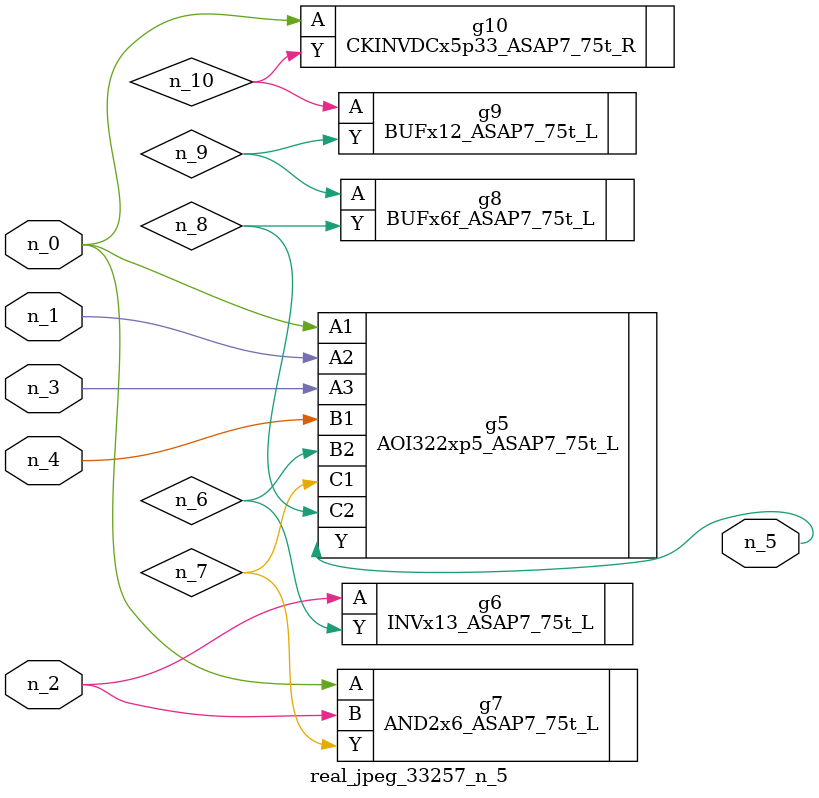
<source format=v>
module real_jpeg_33257_n_5 (n_4, n_0, n_1, n_2, n_3, n_5);

input n_4;
input n_0;
input n_1;
input n_2;
input n_3;

output n_5;

wire n_8;
wire n_6;
wire n_7;
wire n_10;
wire n_9;

AOI322xp5_ASAP7_75t_L g5 ( 
.A1(n_0),
.A2(n_1),
.A3(n_3),
.B1(n_4),
.B2(n_6),
.C1(n_7),
.C2(n_8),
.Y(n_5)
);

AND2x6_ASAP7_75t_L g7 ( 
.A(n_0),
.B(n_2),
.Y(n_7)
);

CKINVDCx5p33_ASAP7_75t_R g10 ( 
.A(n_0),
.Y(n_10)
);

INVx13_ASAP7_75t_L g6 ( 
.A(n_2),
.Y(n_6)
);

BUFx6f_ASAP7_75t_L g8 ( 
.A(n_9),
.Y(n_8)
);

BUFx12_ASAP7_75t_L g9 ( 
.A(n_10),
.Y(n_9)
);


endmodule
</source>
